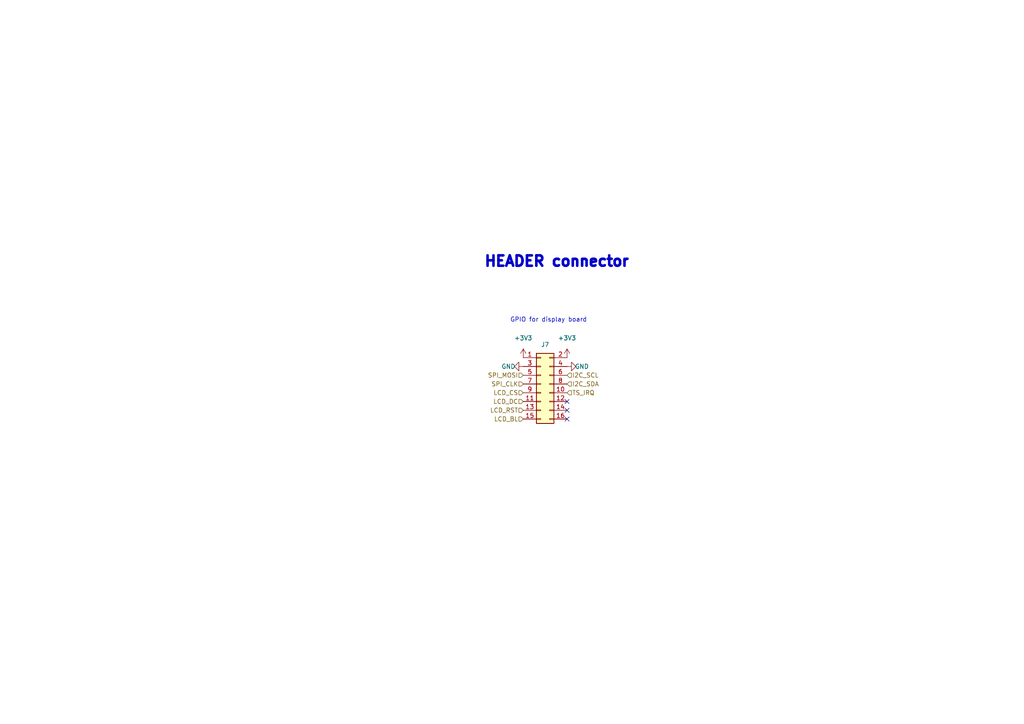
<source format=kicad_sch>
(kicad_sch (version 20230121) (generator eeschema)
  (paper "A4")
  (lib_symbols
    (symbol "Connector_Generic:Conn_02x08_Odd_Even" (pin_names (offset 1.016) hide)
      (property "Reference" "J" (at 1.27 10.16 0))
      (property "Value" "Conn_02x08_Odd_Even" (at 1.27 -12.7 0))
      (symbol "Conn_02x08_Odd_Even_1_1"
        (rectangle (start -1.27 -10.033) (end 0 -10.287) (stroke (width 0.1524)))
        (rectangle (start -1.27 -7.493) (end 0 -7.747) (stroke (width 0.1524)))
        (rectangle (start -1.27 -4.953) (end 0 -5.207) (stroke (width 0.1524)))
        (rectangle (start -1.27 -2.413) (end 0 -2.667) (stroke (width 0.1524)))
        (rectangle (start -1.27 0.127) (end 0 -0.127) (stroke (width 0.1524)))
        (rectangle (start -1.27 2.667) (end 0 2.413) (stroke (width 0.1524)))
        (rectangle (start -1.27 5.207) (end 0 4.953) (stroke (width 0.1524)))
        (rectangle (start -1.27 7.747) (end 0 7.493) (stroke (width 0.1524)))
        (rectangle (start -1.27 8.89) (end 3.81 -11.43) (stroke (width 0.254)) (fill (type background)))
        (rectangle (start 3.81 -10.033) (end 2.54 -10.287) (stroke (width 0.1524)))
        (rectangle (start 3.81 -7.493) (end 2.54 -7.747) (stroke (width 0.1524)))
        (rectangle (start 3.81 -4.953) (end 2.54 -5.207) (stroke (width 0.1524)))
        (rectangle (start 3.81 -2.413) (end 2.54 -2.667) (stroke (width 0.1524)))
        (rectangle (start 3.81 0.127) (end 2.54 -0.127) (stroke (width 0.1524)))
        (rectangle (start 3.81 2.667) (end 2.54 2.413) (stroke (width 0.1524)))
        (rectangle (start 3.81 5.207) (end 2.54 4.953) (stroke (width 0.1524)))
        (rectangle (start 3.81 7.747) (end 2.54 7.493) (stroke (width 0.1524)))
        (pin passive line (at -5.08 7.62 0) (length 3.81) (name "Pin_1") (number "1"))
        (pin passive line (at 7.62 -2.54 180) (length 3.81) (name "Pin_10") (number "10"))
        (pin passive line (at -5.08 -5.08 0) (length 3.81) (name "Pin_11") (number "11"))
        (pin passive line (at 7.62 -5.08 180) (length 3.81) (name "Pin_12") (number "12"))
        (pin passive line (at -5.08 -7.62 0) (length 3.81) (name "Pin_13") (number "13"))
        (pin passive line (at 7.62 -7.62 180) (length 3.81) (name "Pin_14") (number "14"))
        (pin passive line (at -5.08 -10.16 0) (length 3.81) (name "Pin_15") (number "15"))
        (pin passive line (at 7.62 -10.16 180) (length 3.81) (name "Pin_16") (number "16"))
        (pin passive line (at 7.62 7.62 180) (length 3.81) (name "Pin_2") (number "2"))
        (pin passive line (at -5.08 5.08 0) (length 3.81) (name "Pin_3") (number "3"))
        (pin passive line (at 7.62 5.08 180) (length 3.81) (name "Pin_4") (number "4"))
        (pin passive line (at -5.08 2.54 0) (length 3.81) (name "Pin_5") (number "5"))
        (pin passive line (at 7.62 2.54 180) (length 3.81) (name "Pin_6") (number "6"))
        (pin passive line (at -5.08 0 0) (length 3.81) (name "Pin_7") (number "7"))
        (pin passive line (at 7.62 0 180) (length 3.81) (name "Pin_8") (number "8"))
        (pin passive line (at -5.08 -2.54 0) (length 3.81) (name "Pin_9") (number "9"))
      )
    )
    (symbol "power:+3V3" (power) (pin_names (offset 0))
      (property "Value" "+3V3" (at 0 3.556 0))
      (symbol "+3V3_0_1"
        (polyline (pts (xy -0.762 1.27) (xy 0 2.54)))
        (polyline (pts (xy 0 0) (xy 0 2.54)))
        (polyline (pts (xy 0 2.54) (xy 0.762 1.27)))
      )
      (symbol "+3V3_1_1"
        (pin power_in line (at 0 0 90) (length 0) hide (name "+3V3") (number "1"))
      )
    )
    (symbol "power:GND" (power) (pin_names (offset 0))
      (property "Value" "GND" (at 0 -3.81 0))
      (symbol "GND_0_1"
        (polyline (pts (xy 0 0) (xy 0 -1.27) (xy 1.27 -1.27) (xy 0 -2.54) (xy -1.27 -1.27) (xy 0 -1.27)))
      )
      (symbol "GND_1_1"
        (pin power_in line (at 0 0 270) (length 0) hide (name "GND") (number "1"))
      )
    )
  )
  (no_connect (at 164.465 121.539))
  (no_connect (at 164.465 116.459))
  (no_connect (at 164.465 118.999))
  (text "GPIO for display board" (at 147.955 93.599 0) (effects (font (size 1.27 1.27)) (justify left bottom)))
  (text "HEADER connector" (at 140.208 77.724 0) (effects (font (size 3 3) (thickness 1) bold) (justify left bottom)))
  (hierarchical_label "LCD_CS" (shape input) (at 151.765 113.919 180))
  (hierarchical_label "LCD_BL" (shape input) (at 151.765 121.539 180))
  (hierarchical_label "LCD_RST" (shape input) (at 151.765 118.999 180))
  (hierarchical_label "SPI_MOSI" (shape input) (at 151.765 108.839 180))
  (hierarchical_label "I2C_SCL" (shape input) (at 164.465 108.839 0))
  (hierarchical_label "LCD_DC" (shape input) (at 151.765 116.459 180))
  (hierarchical_label "TS_IRQ" (shape input) (at 164.465 113.919 0))
  (hierarchical_label "I2C_SDA" (shape input) (at 164.465 111.379 0))
  (hierarchical_label "SPI_CLK" (shape input) (at 151.765 111.379 180))
  (symbol (lib_id "power:+3V3") (at 151.765 103.759 0) (unit 1)
    (property "Reference" "#PWR070" (effects hide))
    (property "Value" "+3V3" (at 151.765 98.044 0))
  )
  (symbol (lib_id "power:+3V3") (at 164.465 103.759 0) (unit 1)
    (property "Reference" "#PWR083" (effects hide))
    (property "Value" "+3V3" (at 164.465 98.044 0))
  )
  (symbol (lib_id "Connector_Generic:Conn_02x08_Odd_Even") (at 156.845 111.379 0) (unit 1)
    (property "Reference" "J7" (at 158.115 99.949 0))
    (property "Value" "Conn_02x08_Odd_Even" (effects hide))
    (property "Footprint" "Connector_PinSocket_2.00mm:PinSocket_2x08_P2.00mm_Vertical_SMD" (effects hide))
  )
  (symbol (lib_id "power:GND") (at 164.465 106.299 90) (mirror x) (unit 1)
    (property "Reference" "#PWR084" (effects hide))
    (property "Value" "GND" (at 170.815 106.299 90) (effects (justify left)))
  )
  (symbol (lib_id "power:GND") (at 151.765 106.299 270) (mirror x) (unit 1)
    (property "Reference" "#PWR071" (effects hide))
    (property "Value" "GND" (at 145.415 106.299 90) (effects (justify left)))
  )
)
</source>
